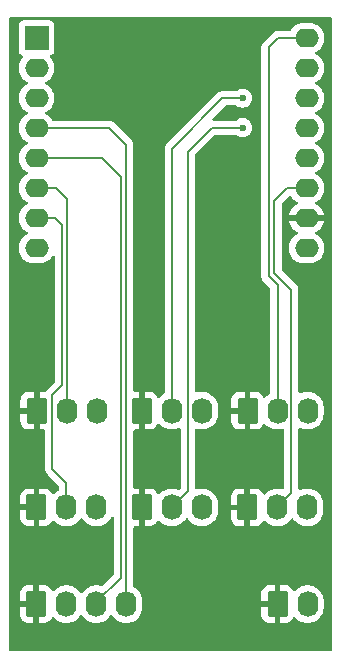
<source format=gtl>
G04 #@! TF.GenerationSoftware,KiCad,Pcbnew,8.0.4*
G04 #@! TF.CreationDate,2024-07-25T20:49:12+02:00*
G04 #@! TF.ProjectId,hmmctrl,686d6d63-7472-46c2-9e6b-696361645f70,rev?*
G04 #@! TF.SameCoordinates,Original*
G04 #@! TF.FileFunction,Copper,L1,Top*
G04 #@! TF.FilePolarity,Positive*
%FSLAX46Y46*%
G04 Gerber Fmt 4.6, Leading zero omitted, Abs format (unit mm)*
G04 Created by KiCad (PCBNEW 8.0.4) date 2024-07-25 20:49:12*
%MOMM*%
%LPD*%
G01*
G04 APERTURE LIST*
G04 Aperture macros list*
%AMRoundRect*
0 Rectangle with rounded corners*
0 $1 Rounding radius*
0 $2 $3 $4 $5 $6 $7 $8 $9 X,Y pos of 4 corners*
0 Add a 4 corners polygon primitive as box body*
4,1,4,$2,$3,$4,$5,$6,$7,$8,$9,$2,$3,0*
0 Add four circle primitives for the rounded corners*
1,1,$1+$1,$2,$3*
1,1,$1+$1,$4,$5*
1,1,$1+$1,$6,$7*
1,1,$1+$1,$8,$9*
0 Add four rect primitives between the rounded corners*
20,1,$1+$1,$2,$3,$4,$5,0*
20,1,$1+$1,$4,$5,$6,$7,0*
20,1,$1+$1,$6,$7,$8,$9,0*
20,1,$1+$1,$8,$9,$2,$3,0*%
G04 Aperture macros list end*
G04 #@! TA.AperFunction,ComponentPad*
%ADD10RoundRect,0.250000X-0.620000X-0.845000X0.620000X-0.845000X0.620000X0.845000X-0.620000X0.845000X0*%
G04 #@! TD*
G04 #@! TA.AperFunction,ComponentPad*
%ADD11O,1.740000X2.190000*%
G04 #@! TD*
G04 #@! TA.AperFunction,ComponentPad*
%ADD12R,2.000000X2.000000*%
G04 #@! TD*
G04 #@! TA.AperFunction,ComponentPad*
%ADD13O,2.000000X1.600000*%
G04 #@! TD*
G04 #@! TA.AperFunction,ViaPad*
%ADD14C,0.600000*%
G04 #@! TD*
G04 #@! TA.AperFunction,Conductor*
%ADD15C,0.200000*%
G04 #@! TD*
G04 APERTURE END LIST*
D10*
X90760000Y-69850000D03*
D11*
X93300000Y-69850000D03*
X95840000Y-69850000D03*
D10*
X99675000Y-78050000D03*
D11*
X102215000Y-78050000D03*
X104755000Y-78050000D03*
D10*
X90750000Y-78050000D03*
D11*
X93290000Y-78050000D03*
X95830000Y-78050000D03*
D10*
X90730000Y-86230000D03*
D11*
X93270000Y-86230000D03*
X95810000Y-86230000D03*
X98350000Y-86230000D03*
D10*
X108620000Y-69850000D03*
D11*
X111160000Y-69850000D03*
X113700000Y-69850000D03*
D10*
X99670000Y-69850000D03*
D11*
X102210000Y-69850000D03*
X104750000Y-69850000D03*
D10*
X111160000Y-86230000D03*
D11*
X113700000Y-86230000D03*
D10*
X108600000Y-78055000D03*
D11*
X111140000Y-78055000D03*
X113680000Y-78055000D03*
D12*
X90755000Y-38310000D03*
D13*
X90755000Y-40850000D03*
X90755000Y-43390000D03*
X90755000Y-45930000D03*
X90755000Y-48470000D03*
X90755000Y-51010000D03*
X90755000Y-53550000D03*
X90755000Y-56090000D03*
X113615000Y-56090000D03*
X113615000Y-53550000D03*
X113615000Y-51010000D03*
X113615000Y-48470000D03*
X113615000Y-45930000D03*
X113615000Y-43390000D03*
X113615000Y-40850000D03*
X113615000Y-38310000D03*
D14*
X108200000Y-43400000D03*
X108200000Y-45900000D03*
D15*
X92400000Y-51000000D02*
X92390000Y-51010000D01*
X92390000Y-51010000D02*
X90755000Y-51010000D01*
X93300000Y-51900000D02*
X92400000Y-51000000D01*
X93300000Y-69850000D02*
X93300000Y-51900000D01*
X102210000Y-69850000D02*
X102210000Y-47690000D01*
X106500000Y-43400000D02*
X108200000Y-43400000D01*
X102210000Y-47690000D02*
X106500000Y-43400000D01*
X93290000Y-75990000D02*
X93290000Y-78050000D01*
X92900000Y-67700000D02*
X92100000Y-68500000D01*
X92900000Y-54100000D02*
X92900000Y-67700000D01*
X90755000Y-53550000D02*
X92350000Y-53550000D01*
X92350000Y-53550000D02*
X92900000Y-54100000D01*
X92100000Y-74800000D02*
X93290000Y-75990000D01*
X92100000Y-68500000D02*
X92100000Y-74800000D01*
X103580000Y-47920000D02*
X105600000Y-45900000D01*
X105600000Y-45900000D02*
X108200000Y-45900000D01*
X102215000Y-78050000D02*
X103580000Y-76685000D01*
X103580000Y-76685000D02*
X103580000Y-47920000D01*
X97900000Y-50100000D02*
X96270000Y-48470000D01*
X96270000Y-48470000D02*
X90755000Y-48470000D01*
X97900000Y-84000000D02*
X97900000Y-50100000D01*
X95810000Y-86090000D02*
X97900000Y-84000000D01*
X95810000Y-86230000D02*
X95810000Y-86090000D01*
X98350000Y-47350000D02*
X98350000Y-86230000D01*
X96930000Y-45930000D02*
X98350000Y-47350000D01*
X90755000Y-45930000D02*
X96930000Y-45930000D01*
X111190000Y-38310000D02*
X113615000Y-38310000D01*
X110400000Y-58500000D02*
X110400000Y-39100000D01*
X111160000Y-69850000D02*
X111160000Y-59260000D01*
X111160000Y-59260000D02*
X110400000Y-58500000D01*
X110400000Y-39100000D02*
X111190000Y-38310000D01*
X112330000Y-76865000D02*
X112330000Y-59630000D01*
X111990000Y-51010000D02*
X113615000Y-51010000D01*
X112330000Y-59630000D02*
X110900000Y-58200000D01*
X111140000Y-78055000D02*
X112330000Y-76865000D01*
X110900000Y-58200000D02*
X110900000Y-52100000D01*
X110900000Y-52100000D02*
X111990000Y-51010000D01*
G04 #@! TA.AperFunction,Conductor*
G36*
X99920000Y-71444999D02*
G01*
X100339972Y-71444999D01*
X100339986Y-71444998D01*
X100442697Y-71434505D01*
X100609119Y-71379358D01*
X100609124Y-71379356D01*
X100758345Y-71287315D01*
X100882315Y-71163345D01*
X100974354Y-71014127D01*
X100974745Y-71013289D01*
X100975167Y-71012809D01*
X100978149Y-71007975D01*
X100978974Y-71008484D01*
X101020910Y-70960843D01*
X101088100Y-70941681D01*
X101154984Y-70961887D01*
X101174816Y-70977996D01*
X101317179Y-71120359D01*
X101491701Y-71247157D01*
X101683911Y-71345092D01*
X101889074Y-71411754D01*
X101962718Y-71423418D01*
X102102134Y-71445500D01*
X102102139Y-71445500D01*
X102317866Y-71445500D01*
X102448108Y-71424871D01*
X102530926Y-71411754D01*
X102736089Y-71345092D01*
X102799205Y-71312932D01*
X102867874Y-71300037D01*
X102932615Y-71326313D01*
X102972872Y-71383420D01*
X102979500Y-71423418D01*
X102979500Y-76384902D01*
X102959815Y-76451941D01*
X102943180Y-76472584D01*
X102884133Y-76531630D01*
X102822810Y-76565114D01*
X102753118Y-76560129D01*
X102743662Y-76555973D01*
X102741096Y-76554910D01*
X102635627Y-76520641D01*
X102535926Y-76488246D01*
X102535924Y-76488245D01*
X102535922Y-76488245D01*
X102322866Y-76454500D01*
X102322861Y-76454500D01*
X102107139Y-76454500D01*
X102107134Y-76454500D01*
X101894077Y-76488245D01*
X101688908Y-76554909D01*
X101496700Y-76652843D01*
X101322180Y-76779640D01*
X101179816Y-76922004D01*
X101118493Y-76955488D01*
X101048801Y-76950504D01*
X100992868Y-76908632D01*
X100979748Y-76886716D01*
X100979356Y-76885876D01*
X100887315Y-76736654D01*
X100763345Y-76612684D01*
X100614124Y-76520643D01*
X100614119Y-76520641D01*
X100447697Y-76465494D01*
X100447690Y-76465493D01*
X100344986Y-76455000D01*
X99925000Y-76455000D01*
X99925000Y-77507290D01*
X99904661Y-77495548D01*
X99753333Y-77455000D01*
X99596667Y-77455000D01*
X99445339Y-77495548D01*
X99425000Y-77507290D01*
X99425000Y-76455000D01*
X99074500Y-76455000D01*
X99007461Y-76435315D01*
X98961706Y-76382511D01*
X98950500Y-76331000D01*
X98950500Y-71568999D01*
X98970185Y-71501960D01*
X99022989Y-71456205D01*
X99074500Y-71444999D01*
X99419999Y-71444999D01*
X99420000Y-71444998D01*
X99420000Y-70392709D01*
X99440339Y-70404452D01*
X99591667Y-70445000D01*
X99748333Y-70445000D01*
X99899661Y-70404452D01*
X99920000Y-70392709D01*
X99920000Y-71444999D01*
G37*
G04 #@! TD.AperFunction*
G04 #@! TA.AperFunction,Conductor*
G36*
X115692539Y-36519685D02*
G01*
X115738294Y-36572489D01*
X115749500Y-36624000D01*
X115749500Y-90075500D01*
X115729815Y-90142539D01*
X115677011Y-90188294D01*
X115625500Y-90199500D01*
X88574500Y-90199500D01*
X88507461Y-90179815D01*
X88461706Y-90127011D01*
X88450500Y-90075500D01*
X88450500Y-37262135D01*
X89254500Y-37262135D01*
X89254500Y-39357870D01*
X89254501Y-39357876D01*
X89260908Y-39417483D01*
X89311202Y-39552328D01*
X89311206Y-39552335D01*
X89397452Y-39667544D01*
X89397455Y-39667547D01*
X89512664Y-39753793D01*
X89512673Y-39753798D01*
X89549914Y-39767688D01*
X89605848Y-39809559D01*
X89630266Y-39875023D01*
X89615415Y-39943296D01*
X89594265Y-39971550D01*
X89563027Y-40002787D01*
X89442715Y-40168386D01*
X89349781Y-40350776D01*
X89286522Y-40545465D01*
X89254500Y-40747648D01*
X89254500Y-40952351D01*
X89286522Y-41154534D01*
X89349781Y-41349223D01*
X89442715Y-41531613D01*
X89563028Y-41697213D01*
X89707786Y-41841971D01*
X89862749Y-41954556D01*
X89873390Y-41962287D01*
X89964840Y-42008883D01*
X89966080Y-42009515D01*
X90016876Y-42057490D01*
X90033671Y-42125311D01*
X90011134Y-42191446D01*
X89966080Y-42230485D01*
X89873386Y-42277715D01*
X89707786Y-42398028D01*
X89563028Y-42542786D01*
X89442715Y-42708386D01*
X89349781Y-42890776D01*
X89286522Y-43085465D01*
X89254500Y-43287648D01*
X89254500Y-43492351D01*
X89286522Y-43694534D01*
X89349781Y-43889223D01*
X89442715Y-44071613D01*
X89563028Y-44237213D01*
X89707786Y-44381971D01*
X89862749Y-44494556D01*
X89873390Y-44502287D01*
X89964840Y-44548883D01*
X89966080Y-44549515D01*
X90016876Y-44597490D01*
X90033671Y-44665311D01*
X90011134Y-44731446D01*
X89966080Y-44770485D01*
X89873386Y-44817715D01*
X89707786Y-44938028D01*
X89563028Y-45082786D01*
X89442715Y-45248386D01*
X89349781Y-45430776D01*
X89286522Y-45625465D01*
X89254500Y-45827648D01*
X89254500Y-46032351D01*
X89286522Y-46234534D01*
X89349781Y-46429223D01*
X89442715Y-46611613D01*
X89563028Y-46777213D01*
X89707786Y-46921971D01*
X89862749Y-47034556D01*
X89873390Y-47042287D01*
X89964840Y-47088883D01*
X89966080Y-47089515D01*
X90016876Y-47137490D01*
X90033671Y-47205311D01*
X90011134Y-47271446D01*
X89966080Y-47310485D01*
X89873386Y-47357715D01*
X89707786Y-47478028D01*
X89563028Y-47622786D01*
X89442715Y-47788386D01*
X89349781Y-47970776D01*
X89286522Y-48165465D01*
X89254500Y-48367648D01*
X89254500Y-48572351D01*
X89286522Y-48774534D01*
X89349781Y-48969223D01*
X89442715Y-49151613D01*
X89563028Y-49317213D01*
X89707786Y-49461971D01*
X89862749Y-49574556D01*
X89873390Y-49582287D01*
X89964840Y-49628883D01*
X89966080Y-49629515D01*
X90016876Y-49677490D01*
X90033671Y-49745311D01*
X90011134Y-49811446D01*
X89966080Y-49850485D01*
X89873386Y-49897715D01*
X89707786Y-50018028D01*
X89563028Y-50162786D01*
X89442715Y-50328386D01*
X89349781Y-50510776D01*
X89286522Y-50705465D01*
X89254500Y-50907648D01*
X89254500Y-51112351D01*
X89286522Y-51314534D01*
X89349781Y-51509223D01*
X89401385Y-51610500D01*
X89437682Y-51681737D01*
X89442715Y-51691613D01*
X89563028Y-51857213D01*
X89707786Y-52001971D01*
X89859804Y-52112416D01*
X89873390Y-52122287D01*
X89964840Y-52168883D01*
X89966080Y-52169515D01*
X90016876Y-52217490D01*
X90033671Y-52285311D01*
X90011134Y-52351446D01*
X89966080Y-52390485D01*
X89873386Y-52437715D01*
X89707786Y-52558028D01*
X89563028Y-52702786D01*
X89442715Y-52868386D01*
X89349781Y-53050776D01*
X89286522Y-53245465D01*
X89254500Y-53447648D01*
X89254500Y-53652351D01*
X89286522Y-53854534D01*
X89349781Y-54049223D01*
X89442715Y-54231613D01*
X89563028Y-54397213D01*
X89707786Y-54541971D01*
X89862749Y-54654556D01*
X89873390Y-54662287D01*
X89964840Y-54708883D01*
X89966080Y-54709515D01*
X90016876Y-54757490D01*
X90033671Y-54825311D01*
X90011134Y-54891446D01*
X89966080Y-54930485D01*
X89873386Y-54977715D01*
X89707786Y-55098028D01*
X89563028Y-55242786D01*
X89442715Y-55408386D01*
X89349781Y-55590776D01*
X89286522Y-55785465D01*
X89254500Y-55987648D01*
X89254500Y-56192351D01*
X89286522Y-56394534D01*
X89349781Y-56589223D01*
X89410941Y-56709254D01*
X89440649Y-56767560D01*
X89442715Y-56771613D01*
X89563028Y-56937213D01*
X89707786Y-57081971D01*
X89862749Y-57194556D01*
X89873390Y-57202287D01*
X89989607Y-57261503D01*
X90055776Y-57295218D01*
X90055778Y-57295218D01*
X90055781Y-57295220D01*
X90160137Y-57329127D01*
X90250465Y-57358477D01*
X90351557Y-57374488D01*
X90452648Y-57390500D01*
X90452649Y-57390500D01*
X91057351Y-57390500D01*
X91057352Y-57390500D01*
X91259534Y-57358477D01*
X91454219Y-57295220D01*
X91636610Y-57202287D01*
X91729590Y-57134732D01*
X91802213Y-57081971D01*
X91802215Y-57081968D01*
X91802219Y-57081966D01*
X91946966Y-56937219D01*
X91946968Y-56937215D01*
X91946971Y-56937213D01*
X92067286Y-56771611D01*
X92069769Y-56767560D01*
X92121577Y-56720681D01*
X92190506Y-56709254D01*
X92254671Y-56736907D01*
X92293699Y-56794860D01*
X92299500Y-56832343D01*
X92299500Y-67399902D01*
X92279815Y-67466941D01*
X92263181Y-67487583D01*
X91619481Y-68131282D01*
X91619477Y-68131287D01*
X91591054Y-68180519D01*
X91591050Y-68180526D01*
X91581606Y-68196881D01*
X91531036Y-68245093D01*
X91462428Y-68258312D01*
X91461622Y-68258232D01*
X91429991Y-68255000D01*
X91010000Y-68255000D01*
X91010000Y-69307290D01*
X90989661Y-69295548D01*
X90838333Y-69255000D01*
X90681667Y-69255000D01*
X90530339Y-69295548D01*
X90510000Y-69307290D01*
X90510000Y-68255000D01*
X90090028Y-68255000D01*
X90090012Y-68255001D01*
X89987302Y-68265494D01*
X89820880Y-68320641D01*
X89820875Y-68320643D01*
X89671654Y-68412684D01*
X89547684Y-68536654D01*
X89455643Y-68685875D01*
X89455641Y-68685880D01*
X89400494Y-68852302D01*
X89400493Y-68852309D01*
X89390000Y-68955013D01*
X89390000Y-69600000D01*
X90217291Y-69600000D01*
X90205548Y-69620339D01*
X90165000Y-69771667D01*
X90165000Y-69928333D01*
X90205548Y-70079661D01*
X90217291Y-70100000D01*
X89390001Y-70100000D01*
X89390001Y-70744986D01*
X89400494Y-70847697D01*
X89455641Y-71014119D01*
X89455643Y-71014124D01*
X89547684Y-71163345D01*
X89671654Y-71287315D01*
X89820875Y-71379356D01*
X89820880Y-71379358D01*
X89987302Y-71434505D01*
X89987309Y-71434506D01*
X90090019Y-71444999D01*
X90509999Y-71444999D01*
X90510000Y-71444998D01*
X90510000Y-70392709D01*
X90530339Y-70404452D01*
X90681667Y-70445000D01*
X90838333Y-70445000D01*
X90989661Y-70404452D01*
X91010000Y-70392709D01*
X91010000Y-71444999D01*
X91375500Y-71444999D01*
X91442539Y-71464684D01*
X91488294Y-71517488D01*
X91499500Y-71568999D01*
X91499500Y-74713330D01*
X91499499Y-74713348D01*
X91499499Y-74879054D01*
X91499498Y-74879054D01*
X91540423Y-75031785D01*
X91569358Y-75081900D01*
X91569359Y-75081904D01*
X91569360Y-75081904D01*
X91619479Y-75168714D01*
X91619481Y-75168717D01*
X91738349Y-75287585D01*
X91738355Y-75287590D01*
X92653181Y-76202416D01*
X92686666Y-76263739D01*
X92689500Y-76290097D01*
X92689500Y-76516833D01*
X92669815Y-76583872D01*
X92621796Y-76627317D01*
X92571703Y-76652841D01*
X92397180Y-76779640D01*
X92254816Y-76922004D01*
X92193493Y-76955488D01*
X92123801Y-76950504D01*
X92067868Y-76908632D01*
X92054748Y-76886716D01*
X92054356Y-76885876D01*
X91962315Y-76736654D01*
X91838345Y-76612684D01*
X91689124Y-76520643D01*
X91689119Y-76520641D01*
X91522697Y-76465494D01*
X91522690Y-76465493D01*
X91419986Y-76455000D01*
X91000000Y-76455000D01*
X91000000Y-77507290D01*
X90979661Y-77495548D01*
X90828333Y-77455000D01*
X90671667Y-77455000D01*
X90520339Y-77495548D01*
X90500000Y-77507290D01*
X90500000Y-76455000D01*
X90080028Y-76455000D01*
X90080012Y-76455001D01*
X89977302Y-76465494D01*
X89810880Y-76520641D01*
X89810875Y-76520643D01*
X89661654Y-76612684D01*
X89537684Y-76736654D01*
X89445643Y-76885875D01*
X89445641Y-76885880D01*
X89390494Y-77052302D01*
X89390493Y-77052309D01*
X89380000Y-77155013D01*
X89380000Y-77800000D01*
X90207291Y-77800000D01*
X90195548Y-77820339D01*
X90155000Y-77971667D01*
X90155000Y-78128333D01*
X90195548Y-78279661D01*
X90207291Y-78300000D01*
X89380001Y-78300000D01*
X89380001Y-78944986D01*
X89390494Y-79047697D01*
X89445641Y-79214119D01*
X89445643Y-79214124D01*
X89537684Y-79363345D01*
X89661654Y-79487315D01*
X89810875Y-79579356D01*
X89810880Y-79579358D01*
X89977302Y-79634505D01*
X89977309Y-79634506D01*
X90080019Y-79644999D01*
X90499999Y-79644999D01*
X90500000Y-79644998D01*
X90500000Y-78592709D01*
X90520339Y-78604452D01*
X90671667Y-78645000D01*
X90828333Y-78645000D01*
X90979661Y-78604452D01*
X91000000Y-78592709D01*
X91000000Y-79644999D01*
X91419972Y-79644999D01*
X91419986Y-79644998D01*
X91522697Y-79634505D01*
X91689119Y-79579358D01*
X91689124Y-79579356D01*
X91838345Y-79487315D01*
X91962315Y-79363345D01*
X92054354Y-79214127D01*
X92054745Y-79213289D01*
X92055167Y-79212809D01*
X92058149Y-79207975D01*
X92058974Y-79208484D01*
X92100910Y-79160843D01*
X92168100Y-79141681D01*
X92234984Y-79161887D01*
X92254816Y-79177996D01*
X92397179Y-79320359D01*
X92571701Y-79447157D01*
X92763911Y-79545092D01*
X92969074Y-79611754D01*
X93048973Y-79624408D01*
X93182134Y-79645500D01*
X93182139Y-79645500D01*
X93397866Y-79645500D01*
X93516230Y-79626752D01*
X93610926Y-79611754D01*
X93816089Y-79545092D01*
X94008299Y-79447157D01*
X94182821Y-79320359D01*
X94335359Y-79167821D01*
X94459682Y-78996704D01*
X94515012Y-78954040D01*
X94584626Y-78948061D01*
X94646420Y-78980667D01*
X94660315Y-78996702D01*
X94784641Y-79167821D01*
X94937179Y-79320359D01*
X95111701Y-79447157D01*
X95303911Y-79545092D01*
X95509074Y-79611754D01*
X95588973Y-79624408D01*
X95722134Y-79645500D01*
X95722139Y-79645500D01*
X95937866Y-79645500D01*
X96056230Y-79626752D01*
X96150926Y-79611754D01*
X96356089Y-79545092D01*
X96548299Y-79447157D01*
X96722821Y-79320359D01*
X96875359Y-79167821D01*
X97002157Y-78993299D01*
X97025207Y-78948061D01*
X97065015Y-78869933D01*
X97112989Y-78819136D01*
X97180810Y-78802341D01*
X97246945Y-78824878D01*
X97290397Y-78879593D01*
X97299500Y-78926227D01*
X97299500Y-83699902D01*
X97279815Y-83766941D01*
X97263181Y-83787583D01*
X96374549Y-84676214D01*
X96313226Y-84709699D01*
X96248551Y-84706464D01*
X96130927Y-84668246D01*
X96130922Y-84668245D01*
X95917866Y-84634500D01*
X95917861Y-84634500D01*
X95702139Y-84634500D01*
X95702134Y-84634500D01*
X95489077Y-84668245D01*
X95283908Y-84734909D01*
X95091700Y-84832843D01*
X94992129Y-84905186D01*
X94917179Y-84959641D01*
X94917177Y-84959643D01*
X94917176Y-84959643D01*
X94764643Y-85112176D01*
X94764643Y-85112177D01*
X94764641Y-85112179D01*
X94747706Y-85135488D01*
X94640318Y-85283294D01*
X94584988Y-85325959D01*
X94515374Y-85331938D01*
X94453579Y-85299332D01*
X94439682Y-85283294D01*
X94402639Y-85232309D01*
X94315359Y-85112179D01*
X94162821Y-84959641D01*
X93988299Y-84832843D01*
X93796089Y-84734908D01*
X93590926Y-84668246D01*
X93590924Y-84668245D01*
X93590922Y-84668245D01*
X93377866Y-84634500D01*
X93377861Y-84634500D01*
X93162139Y-84634500D01*
X93162134Y-84634500D01*
X92949077Y-84668245D01*
X92743908Y-84734909D01*
X92551700Y-84832843D01*
X92377180Y-84959640D01*
X92234816Y-85102004D01*
X92173493Y-85135488D01*
X92103801Y-85130504D01*
X92047868Y-85088632D01*
X92034748Y-85066716D01*
X92034356Y-85065876D01*
X91942315Y-84916654D01*
X91818345Y-84792684D01*
X91669124Y-84700643D01*
X91669119Y-84700641D01*
X91502697Y-84645494D01*
X91502690Y-84645493D01*
X91399986Y-84635000D01*
X90980000Y-84635000D01*
X90980000Y-85687290D01*
X90959661Y-85675548D01*
X90808333Y-85635000D01*
X90651667Y-85635000D01*
X90500339Y-85675548D01*
X90480000Y-85687290D01*
X90480000Y-84635000D01*
X90060028Y-84635000D01*
X90060012Y-84635001D01*
X89957302Y-84645494D01*
X89790880Y-84700641D01*
X89790875Y-84700643D01*
X89641654Y-84792684D01*
X89517684Y-84916654D01*
X89425643Y-85065875D01*
X89425641Y-85065880D01*
X89370494Y-85232302D01*
X89370493Y-85232309D01*
X89360000Y-85335013D01*
X89360000Y-85980000D01*
X90187291Y-85980000D01*
X90175548Y-86000339D01*
X90135000Y-86151667D01*
X90135000Y-86308333D01*
X90175548Y-86459661D01*
X90187291Y-86480000D01*
X89360001Y-86480000D01*
X89360001Y-87124986D01*
X89370494Y-87227697D01*
X89425641Y-87394119D01*
X89425643Y-87394124D01*
X89517684Y-87543345D01*
X89641654Y-87667315D01*
X89790875Y-87759356D01*
X89790880Y-87759358D01*
X89957302Y-87814505D01*
X89957309Y-87814506D01*
X90060019Y-87824999D01*
X90479999Y-87824999D01*
X90480000Y-87824998D01*
X90480000Y-86772709D01*
X90500339Y-86784452D01*
X90651667Y-86825000D01*
X90808333Y-86825000D01*
X90959661Y-86784452D01*
X90980000Y-86772709D01*
X90980000Y-87824999D01*
X91399972Y-87824999D01*
X91399986Y-87824998D01*
X91502697Y-87814505D01*
X91669119Y-87759358D01*
X91669124Y-87759356D01*
X91818345Y-87667315D01*
X91942315Y-87543345D01*
X92034354Y-87394127D01*
X92034745Y-87393289D01*
X92035167Y-87392809D01*
X92038149Y-87387975D01*
X92038974Y-87388484D01*
X92080910Y-87340843D01*
X92148100Y-87321681D01*
X92214984Y-87341887D01*
X92234816Y-87357996D01*
X92377179Y-87500359D01*
X92551701Y-87627157D01*
X92743911Y-87725092D01*
X92949074Y-87791754D01*
X93028973Y-87804408D01*
X93162134Y-87825500D01*
X93162139Y-87825500D01*
X93377866Y-87825500D01*
X93496230Y-87806752D01*
X93590926Y-87791754D01*
X93796089Y-87725092D01*
X93988299Y-87627157D01*
X94162821Y-87500359D01*
X94315359Y-87347821D01*
X94439682Y-87176704D01*
X94495012Y-87134040D01*
X94564626Y-87128061D01*
X94626420Y-87160667D01*
X94640315Y-87176702D01*
X94764641Y-87347821D01*
X94917179Y-87500359D01*
X95091701Y-87627157D01*
X95283911Y-87725092D01*
X95489074Y-87791754D01*
X95568973Y-87804408D01*
X95702134Y-87825500D01*
X95702139Y-87825500D01*
X95917866Y-87825500D01*
X96036230Y-87806752D01*
X96130926Y-87791754D01*
X96336089Y-87725092D01*
X96528299Y-87627157D01*
X96702821Y-87500359D01*
X96855359Y-87347821D01*
X96979682Y-87176704D01*
X97035012Y-87134040D01*
X97104626Y-87128061D01*
X97166420Y-87160667D01*
X97180315Y-87176702D01*
X97304641Y-87347821D01*
X97457179Y-87500359D01*
X97631701Y-87627157D01*
X97823911Y-87725092D01*
X98029074Y-87791754D01*
X98108973Y-87804408D01*
X98242134Y-87825500D01*
X98242139Y-87825500D01*
X98457866Y-87825500D01*
X98576230Y-87806752D01*
X98670926Y-87791754D01*
X98876089Y-87725092D01*
X99068299Y-87627157D01*
X99242821Y-87500359D01*
X99395359Y-87347821D01*
X99522157Y-87173299D01*
X99620092Y-86981089D01*
X99686754Y-86775926D01*
X99701752Y-86681230D01*
X99720500Y-86562866D01*
X99720500Y-85897133D01*
X99686754Y-85684077D01*
X99686754Y-85684074D01*
X99620092Y-85478911D01*
X99546773Y-85335013D01*
X109790000Y-85335013D01*
X109790000Y-85980000D01*
X110617291Y-85980000D01*
X110605548Y-86000339D01*
X110565000Y-86151667D01*
X110565000Y-86308333D01*
X110605548Y-86459661D01*
X110617291Y-86480000D01*
X109790001Y-86480000D01*
X109790001Y-87124986D01*
X109800494Y-87227697D01*
X109855641Y-87394119D01*
X109855643Y-87394124D01*
X109947684Y-87543345D01*
X110071654Y-87667315D01*
X110220875Y-87759356D01*
X110220880Y-87759358D01*
X110387302Y-87814505D01*
X110387309Y-87814506D01*
X110490019Y-87824999D01*
X110909999Y-87824999D01*
X110910000Y-87824998D01*
X110910000Y-86772709D01*
X110930339Y-86784452D01*
X111081667Y-86825000D01*
X111238333Y-86825000D01*
X111389661Y-86784452D01*
X111410000Y-86772709D01*
X111410000Y-87824999D01*
X111829972Y-87824999D01*
X111829986Y-87824998D01*
X111932697Y-87814505D01*
X112099119Y-87759358D01*
X112099124Y-87759356D01*
X112248345Y-87667315D01*
X112372315Y-87543345D01*
X112464354Y-87394127D01*
X112464745Y-87393289D01*
X112465167Y-87392809D01*
X112468149Y-87387975D01*
X112468974Y-87388484D01*
X112510910Y-87340843D01*
X112578100Y-87321681D01*
X112644984Y-87341887D01*
X112664816Y-87357996D01*
X112807179Y-87500359D01*
X112981701Y-87627157D01*
X113173911Y-87725092D01*
X113379074Y-87791754D01*
X113458973Y-87804408D01*
X113592134Y-87825500D01*
X113592139Y-87825500D01*
X113807866Y-87825500D01*
X113926230Y-87806752D01*
X114020926Y-87791754D01*
X114226089Y-87725092D01*
X114418299Y-87627157D01*
X114592821Y-87500359D01*
X114745359Y-87347821D01*
X114872157Y-87173299D01*
X114970092Y-86981089D01*
X115036754Y-86775926D01*
X115051752Y-86681230D01*
X115070500Y-86562866D01*
X115070500Y-85897133D01*
X115036754Y-85684077D01*
X115036754Y-85684074D01*
X114970092Y-85478911D01*
X114872157Y-85286701D01*
X114745359Y-85112179D01*
X114592821Y-84959641D01*
X114418299Y-84832843D01*
X114226089Y-84734908D01*
X114020926Y-84668246D01*
X114020924Y-84668245D01*
X114020922Y-84668245D01*
X113807866Y-84634500D01*
X113807861Y-84634500D01*
X113592139Y-84634500D01*
X113592134Y-84634500D01*
X113379077Y-84668245D01*
X113173908Y-84734909D01*
X112981700Y-84832843D01*
X112807180Y-84959640D01*
X112664816Y-85102004D01*
X112603493Y-85135488D01*
X112533801Y-85130504D01*
X112477868Y-85088632D01*
X112464748Y-85066716D01*
X112464356Y-85065876D01*
X112372315Y-84916654D01*
X112248345Y-84792684D01*
X112099124Y-84700643D01*
X112099119Y-84700641D01*
X111932697Y-84645494D01*
X111932690Y-84645493D01*
X111829986Y-84635000D01*
X111410000Y-84635000D01*
X111410000Y-85687290D01*
X111389661Y-85675548D01*
X111238333Y-85635000D01*
X111081667Y-85635000D01*
X110930339Y-85675548D01*
X110910000Y-85687290D01*
X110910000Y-84635000D01*
X110490028Y-84635000D01*
X110490012Y-84635001D01*
X110387302Y-84645494D01*
X110220880Y-84700641D01*
X110220875Y-84700643D01*
X110071654Y-84792684D01*
X109947684Y-84916654D01*
X109855643Y-85065875D01*
X109855641Y-85065880D01*
X109800494Y-85232302D01*
X109800493Y-85232309D01*
X109790000Y-85335013D01*
X99546773Y-85335013D01*
X99522157Y-85286701D01*
X99395359Y-85112179D01*
X99242821Y-84959641D01*
X99068299Y-84832843D01*
X99068298Y-84832842D01*
X99068296Y-84832841D01*
X99018204Y-84807317D01*
X98967408Y-84759342D01*
X98950500Y-84696833D01*
X98950500Y-79768999D01*
X98970185Y-79701960D01*
X99022989Y-79656205D01*
X99074500Y-79644999D01*
X99424999Y-79644999D01*
X99425000Y-79644998D01*
X99425000Y-78592709D01*
X99445339Y-78604452D01*
X99596667Y-78645000D01*
X99753333Y-78645000D01*
X99904661Y-78604452D01*
X99925000Y-78592709D01*
X99925000Y-79644999D01*
X100344972Y-79644999D01*
X100344986Y-79644998D01*
X100447697Y-79634505D01*
X100614119Y-79579358D01*
X100614124Y-79579356D01*
X100763345Y-79487315D01*
X100887315Y-79363345D01*
X100979354Y-79214127D01*
X100979745Y-79213289D01*
X100980167Y-79212809D01*
X100983149Y-79207975D01*
X100983974Y-79208484D01*
X101025910Y-79160843D01*
X101093100Y-79141681D01*
X101159984Y-79161887D01*
X101179816Y-79177996D01*
X101322179Y-79320359D01*
X101496701Y-79447157D01*
X101688911Y-79545092D01*
X101894074Y-79611754D01*
X101973973Y-79624408D01*
X102107134Y-79645500D01*
X102107139Y-79645500D01*
X102322866Y-79645500D01*
X102441230Y-79626752D01*
X102535926Y-79611754D01*
X102741089Y-79545092D01*
X102933299Y-79447157D01*
X103107821Y-79320359D01*
X103260359Y-79167821D01*
X103384682Y-78996704D01*
X103440012Y-78954040D01*
X103509626Y-78948061D01*
X103571420Y-78980667D01*
X103585315Y-78996702D01*
X103709641Y-79167821D01*
X103862179Y-79320359D01*
X104036701Y-79447157D01*
X104228911Y-79545092D01*
X104434074Y-79611754D01*
X104513973Y-79624408D01*
X104647134Y-79645500D01*
X104647139Y-79645500D01*
X104862866Y-79645500D01*
X104981230Y-79626752D01*
X105075926Y-79611754D01*
X105281089Y-79545092D01*
X105473299Y-79447157D01*
X105647821Y-79320359D01*
X105800359Y-79167821D01*
X105927157Y-78993299D01*
X106025092Y-78801089D01*
X106091754Y-78595926D01*
X106106752Y-78501230D01*
X106125500Y-78382866D01*
X106125500Y-77717133D01*
X106092546Y-77509077D01*
X106091754Y-77504074D01*
X106025092Y-77298911D01*
X105954321Y-77160013D01*
X107230000Y-77160013D01*
X107230000Y-77805000D01*
X108057291Y-77805000D01*
X108045548Y-77825339D01*
X108005000Y-77976667D01*
X108005000Y-78133333D01*
X108045548Y-78284661D01*
X108057291Y-78305000D01*
X107230001Y-78305000D01*
X107230001Y-78949986D01*
X107240494Y-79052697D01*
X107295641Y-79219119D01*
X107295643Y-79219124D01*
X107387684Y-79368345D01*
X107511654Y-79492315D01*
X107660875Y-79584356D01*
X107660880Y-79584358D01*
X107827302Y-79639505D01*
X107827309Y-79639506D01*
X107930019Y-79649999D01*
X108349999Y-79649999D01*
X108350000Y-79649998D01*
X108350000Y-78597709D01*
X108370339Y-78609452D01*
X108521667Y-78650000D01*
X108678333Y-78650000D01*
X108829661Y-78609452D01*
X108850000Y-78597709D01*
X108850000Y-79649999D01*
X109269972Y-79649999D01*
X109269986Y-79649998D01*
X109372697Y-79639505D01*
X109539119Y-79584358D01*
X109539124Y-79584356D01*
X109688345Y-79492315D01*
X109812315Y-79368345D01*
X109904354Y-79219127D01*
X109904745Y-79218289D01*
X109905167Y-79217809D01*
X109908149Y-79212975D01*
X109908974Y-79213484D01*
X109950910Y-79165843D01*
X110018100Y-79146681D01*
X110084984Y-79166887D01*
X110104816Y-79182996D01*
X110247179Y-79325359D01*
X110421701Y-79452157D01*
X110613911Y-79550092D01*
X110819074Y-79616754D01*
X110898973Y-79629408D01*
X111032134Y-79650500D01*
X111032139Y-79650500D01*
X111247866Y-79650500D01*
X111366230Y-79631752D01*
X111460926Y-79616754D01*
X111666089Y-79550092D01*
X111858299Y-79452157D01*
X112032821Y-79325359D01*
X112185359Y-79172821D01*
X112309682Y-79001704D01*
X112365012Y-78959040D01*
X112434626Y-78953061D01*
X112496420Y-78985667D01*
X112510315Y-79001702D01*
X112634641Y-79172821D01*
X112787179Y-79325359D01*
X112961701Y-79452157D01*
X113153911Y-79550092D01*
X113359074Y-79616754D01*
X113438973Y-79629408D01*
X113572134Y-79650500D01*
X113572139Y-79650500D01*
X113787866Y-79650500D01*
X113906230Y-79631752D01*
X114000926Y-79616754D01*
X114206089Y-79550092D01*
X114398299Y-79452157D01*
X114572821Y-79325359D01*
X114725359Y-79172821D01*
X114852157Y-78998299D01*
X114950092Y-78806089D01*
X115016754Y-78600926D01*
X115031752Y-78506230D01*
X115050500Y-78387866D01*
X115050500Y-77722133D01*
X115027810Y-77578882D01*
X115016754Y-77509074D01*
X114950092Y-77303911D01*
X114852157Y-77111701D01*
X114725359Y-76937179D01*
X114572821Y-76784641D01*
X114398299Y-76657843D01*
X114206089Y-76559908D01*
X114000926Y-76493246D01*
X114000924Y-76493245D01*
X114000922Y-76493245D01*
X113787866Y-76459500D01*
X113787861Y-76459500D01*
X113572139Y-76459500D01*
X113572134Y-76459500D01*
X113359077Y-76493245D01*
X113359074Y-76493246D01*
X113238024Y-76532578D01*
X113153905Y-76559910D01*
X113110794Y-76581876D01*
X113042124Y-76594772D01*
X112977384Y-76568495D01*
X112937128Y-76511388D01*
X112930500Y-76471391D01*
X112930500Y-71423418D01*
X112950185Y-71356379D01*
X113002989Y-71310624D01*
X113072147Y-71300680D01*
X113110794Y-71312932D01*
X113173911Y-71345092D01*
X113379074Y-71411754D01*
X113452718Y-71423418D01*
X113592134Y-71445500D01*
X113592139Y-71445500D01*
X113807866Y-71445500D01*
X113938108Y-71424871D01*
X114020926Y-71411754D01*
X114226089Y-71345092D01*
X114418299Y-71247157D01*
X114592821Y-71120359D01*
X114745359Y-70967821D01*
X114872157Y-70793299D01*
X114970092Y-70601089D01*
X115036754Y-70395926D01*
X115051752Y-70301230D01*
X115070500Y-70182866D01*
X115070500Y-69517133D01*
X115036754Y-69304077D01*
X115036754Y-69304074D01*
X114970092Y-69098911D01*
X114872157Y-68906701D01*
X114745359Y-68732179D01*
X114592821Y-68579641D01*
X114418299Y-68452843D01*
X114226089Y-68354908D01*
X114020926Y-68288246D01*
X114020924Y-68288245D01*
X114020922Y-68288245D01*
X113807866Y-68254500D01*
X113807861Y-68254500D01*
X113592139Y-68254500D01*
X113592134Y-68254500D01*
X113379077Y-68288245D01*
X113173908Y-68354909D01*
X113110795Y-68387067D01*
X113042126Y-68399963D01*
X112977385Y-68373687D01*
X112937128Y-68316580D01*
X112930500Y-68276582D01*
X112930500Y-59550945D01*
X112930500Y-59550943D01*
X112889577Y-59398216D01*
X112889573Y-59398209D01*
X112810524Y-59261290D01*
X112810521Y-59261286D01*
X112810520Y-59261284D01*
X112698716Y-59149480D01*
X112698715Y-59149479D01*
X112694385Y-59145149D01*
X112694374Y-59145139D01*
X111536819Y-57987584D01*
X111503334Y-57926261D01*
X111500500Y-57899903D01*
X111500500Y-52400097D01*
X111520185Y-52333058D01*
X111536819Y-52312416D01*
X111847269Y-52001966D01*
X112138998Y-51710236D01*
X112200320Y-51676753D01*
X112270012Y-51681737D01*
X112325945Y-51723609D01*
X112326996Y-51725034D01*
X112423028Y-51857213D01*
X112567786Y-52001971D01*
X112719804Y-52112416D01*
X112733390Y-52122287D01*
X112805424Y-52158990D01*
X112826629Y-52169795D01*
X112877425Y-52217770D01*
X112894220Y-52285591D01*
X112871682Y-52351726D01*
X112826629Y-52390765D01*
X112733650Y-52438140D01*
X112568105Y-52558417D01*
X112568104Y-52558417D01*
X112423417Y-52703104D01*
X112423417Y-52703105D01*
X112303140Y-52868650D01*
X112210244Y-53050970D01*
X112147009Y-53245586D01*
X112138391Y-53300000D01*
X113181988Y-53300000D01*
X113149075Y-53357007D01*
X113115000Y-53484174D01*
X113115000Y-53615826D01*
X113149075Y-53742993D01*
X113181988Y-53800000D01*
X112138391Y-53800000D01*
X112147009Y-53854413D01*
X112210244Y-54049029D01*
X112303140Y-54231349D01*
X112423417Y-54396894D01*
X112423417Y-54396895D01*
X112568104Y-54541582D01*
X112733652Y-54661861D01*
X112826628Y-54709234D01*
X112877425Y-54757208D01*
X112894220Y-54825029D01*
X112871683Y-54891164D01*
X112826630Y-54930203D01*
X112733388Y-54977713D01*
X112567786Y-55098028D01*
X112423028Y-55242786D01*
X112302715Y-55408386D01*
X112209781Y-55590776D01*
X112146522Y-55785465D01*
X112114500Y-55987648D01*
X112114500Y-56192351D01*
X112146522Y-56394534D01*
X112209781Y-56589223D01*
X112270941Y-56709254D01*
X112300649Y-56767560D01*
X112302715Y-56771613D01*
X112423028Y-56937213D01*
X112567786Y-57081971D01*
X112722749Y-57194556D01*
X112733390Y-57202287D01*
X112849607Y-57261503D01*
X112915776Y-57295218D01*
X112915778Y-57295218D01*
X112915781Y-57295220D01*
X113020137Y-57329127D01*
X113110465Y-57358477D01*
X113211557Y-57374488D01*
X113312648Y-57390500D01*
X113312649Y-57390500D01*
X113917351Y-57390500D01*
X113917352Y-57390500D01*
X114119534Y-57358477D01*
X114314219Y-57295220D01*
X114496610Y-57202287D01*
X114589590Y-57134732D01*
X114662213Y-57081971D01*
X114662215Y-57081968D01*
X114662219Y-57081966D01*
X114806966Y-56937219D01*
X114806968Y-56937215D01*
X114806971Y-56937213D01*
X114883162Y-56832343D01*
X114927287Y-56771610D01*
X115020220Y-56589219D01*
X115083477Y-56394534D01*
X115115500Y-56192352D01*
X115115500Y-55987648D01*
X115083477Y-55785466D01*
X115020220Y-55590781D01*
X115020218Y-55590778D01*
X115020218Y-55590776D01*
X114986503Y-55524607D01*
X114927287Y-55408390D01*
X114883162Y-55347656D01*
X114806971Y-55242786D01*
X114662213Y-55098028D01*
X114496611Y-54977713D01*
X114403369Y-54930203D01*
X114352574Y-54882229D01*
X114335779Y-54814407D01*
X114358317Y-54748273D01*
X114403371Y-54709234D01*
X114496347Y-54661861D01*
X114661894Y-54541582D01*
X114661895Y-54541582D01*
X114806582Y-54396895D01*
X114806582Y-54396894D01*
X114926859Y-54231349D01*
X115019755Y-54049029D01*
X115082990Y-53854413D01*
X115091609Y-53800000D01*
X114048012Y-53800000D01*
X114080925Y-53742993D01*
X114115000Y-53615826D01*
X114115000Y-53484174D01*
X114080925Y-53357007D01*
X114048012Y-53300000D01*
X115091609Y-53300000D01*
X115082990Y-53245586D01*
X115019755Y-53050970D01*
X114926859Y-52868650D01*
X114806582Y-52703105D01*
X114806582Y-52703104D01*
X114661895Y-52558417D01*
X114496349Y-52438140D01*
X114403370Y-52390765D01*
X114352574Y-52342790D01*
X114335779Y-52274969D01*
X114358316Y-52208835D01*
X114403370Y-52169795D01*
X114403920Y-52169515D01*
X114496610Y-52122287D01*
X114517770Y-52106913D01*
X114662213Y-52001971D01*
X114662215Y-52001968D01*
X114662219Y-52001966D01*
X114806966Y-51857219D01*
X114806968Y-51857215D01*
X114806971Y-51857213D01*
X114903003Y-51725034D01*
X114927287Y-51691610D01*
X115020220Y-51509219D01*
X115083477Y-51314534D01*
X115115500Y-51112352D01*
X115115500Y-50907648D01*
X115083477Y-50705466D01*
X115020220Y-50510781D01*
X115020218Y-50510778D01*
X115020218Y-50510776D01*
X114984371Y-50440423D01*
X114927287Y-50328390D01*
X114915681Y-50312416D01*
X114806971Y-50162786D01*
X114662213Y-50018028D01*
X114496614Y-49897715D01*
X114490006Y-49894348D01*
X114403917Y-49850483D01*
X114353123Y-49802511D01*
X114336328Y-49734690D01*
X114358865Y-49668555D01*
X114403917Y-49629516D01*
X114496610Y-49582287D01*
X114517770Y-49566913D01*
X114662213Y-49461971D01*
X114662215Y-49461968D01*
X114662219Y-49461966D01*
X114806966Y-49317219D01*
X114806968Y-49317215D01*
X114806971Y-49317213D01*
X114859732Y-49244590D01*
X114927287Y-49151610D01*
X115020220Y-48969219D01*
X115083477Y-48774534D01*
X115115500Y-48572352D01*
X115115500Y-48367648D01*
X115083477Y-48165466D01*
X115079445Y-48153058D01*
X115026296Y-47989481D01*
X115020220Y-47970781D01*
X115020218Y-47970778D01*
X115020218Y-47970776D01*
X114986503Y-47904607D01*
X114927287Y-47788390D01*
X114894797Y-47743671D01*
X114806971Y-47622786D01*
X114662213Y-47478028D01*
X114496614Y-47357715D01*
X114490006Y-47354348D01*
X114403917Y-47310483D01*
X114353123Y-47262511D01*
X114336328Y-47194690D01*
X114358865Y-47128555D01*
X114403917Y-47089516D01*
X114496610Y-47042287D01*
X114580574Y-46981284D01*
X114662213Y-46921971D01*
X114662215Y-46921968D01*
X114662219Y-46921966D01*
X114806966Y-46777219D01*
X114806968Y-46777215D01*
X114806971Y-46777213D01*
X114916985Y-46625789D01*
X114927287Y-46611610D01*
X115020220Y-46429219D01*
X115083477Y-46234534D01*
X115115500Y-46032352D01*
X115115500Y-45827648D01*
X115083477Y-45625466D01*
X115020220Y-45430781D01*
X115020218Y-45430778D01*
X115020218Y-45430776D01*
X114986503Y-45364607D01*
X114927287Y-45248390D01*
X114911754Y-45227011D01*
X114806971Y-45082786D01*
X114662213Y-44938028D01*
X114496614Y-44817715D01*
X114490006Y-44814348D01*
X114403917Y-44770483D01*
X114353123Y-44722511D01*
X114336328Y-44654690D01*
X114358865Y-44588555D01*
X114403917Y-44549516D01*
X114496610Y-44502287D01*
X114517770Y-44486913D01*
X114662213Y-44381971D01*
X114662215Y-44381968D01*
X114662219Y-44381966D01*
X114806966Y-44237219D01*
X114806968Y-44237215D01*
X114806971Y-44237213D01*
X114887924Y-44125789D01*
X114927287Y-44071610D01*
X115020220Y-43889219D01*
X115083477Y-43694534D01*
X115115500Y-43492352D01*
X115115500Y-43287648D01*
X115083477Y-43085466D01*
X115020220Y-42890781D01*
X115020218Y-42890778D01*
X115020218Y-42890776D01*
X114960581Y-42773734D01*
X114927287Y-42708390D01*
X114902455Y-42674211D01*
X114806971Y-42542786D01*
X114662213Y-42398028D01*
X114496614Y-42277715D01*
X114490006Y-42274348D01*
X114403917Y-42230483D01*
X114353123Y-42182511D01*
X114336328Y-42114690D01*
X114358865Y-42048555D01*
X114403917Y-42009516D01*
X114496610Y-41962287D01*
X114517770Y-41946913D01*
X114662213Y-41841971D01*
X114662215Y-41841968D01*
X114662219Y-41841966D01*
X114806966Y-41697219D01*
X114806968Y-41697215D01*
X114806971Y-41697213D01*
X114859732Y-41624590D01*
X114927287Y-41531610D01*
X115020220Y-41349219D01*
X115083477Y-41154534D01*
X115115500Y-40952352D01*
X115115500Y-40747648D01*
X115083477Y-40545466D01*
X115020220Y-40350781D01*
X115020218Y-40350778D01*
X115020218Y-40350776D01*
X114986503Y-40284607D01*
X114927287Y-40168390D01*
X114919556Y-40157749D01*
X114806971Y-40002786D01*
X114662213Y-39858028D01*
X114496614Y-39737715D01*
X114490006Y-39734348D01*
X114403917Y-39690483D01*
X114353123Y-39642511D01*
X114336328Y-39574690D01*
X114358865Y-39508555D01*
X114403917Y-39469516D01*
X114496610Y-39422287D01*
X114527152Y-39400097D01*
X114662213Y-39301971D01*
X114662215Y-39301968D01*
X114662219Y-39301966D01*
X114806966Y-39157219D01*
X114806968Y-39157215D01*
X114806971Y-39157213D01*
X114859732Y-39084590D01*
X114927287Y-38991610D01*
X115020220Y-38809219D01*
X115083477Y-38614534D01*
X115115500Y-38412352D01*
X115115500Y-38207648D01*
X115083477Y-38005466D01*
X115020220Y-37810781D01*
X115020218Y-37810778D01*
X115020218Y-37810776D01*
X114986503Y-37744607D01*
X114927287Y-37628390D01*
X114919556Y-37617749D01*
X114806971Y-37462786D01*
X114662213Y-37318028D01*
X114496613Y-37197715D01*
X114496612Y-37197714D01*
X114496610Y-37197713D01*
X114439653Y-37168691D01*
X114314223Y-37104781D01*
X114119534Y-37041522D01*
X113944995Y-37013878D01*
X113917352Y-37009500D01*
X113312648Y-37009500D01*
X113288329Y-37013351D01*
X113110465Y-37041522D01*
X112915776Y-37104781D01*
X112733386Y-37197715D01*
X112567786Y-37318028D01*
X112423028Y-37462786D01*
X112302715Y-37628385D01*
X112295883Y-37641795D01*
X112247909Y-37692591D01*
X112185398Y-37709500D01*
X111276670Y-37709500D01*
X111276654Y-37709499D01*
X111269058Y-37709499D01*
X111110943Y-37709499D01*
X111034579Y-37729961D01*
X110958214Y-37750423D01*
X110958209Y-37750426D01*
X110821290Y-37829475D01*
X110821282Y-37829481D01*
X109919481Y-38731282D01*
X109919475Y-38731290D01*
X109874485Y-38809217D01*
X109874485Y-38809218D01*
X109840423Y-38868214D01*
X109840423Y-38868215D01*
X109799499Y-39020943D01*
X109799499Y-39020945D01*
X109799499Y-39189046D01*
X109799500Y-39189059D01*
X109799500Y-58413330D01*
X109799499Y-58413348D01*
X109799499Y-58579054D01*
X109799498Y-58579054D01*
X109799499Y-58579057D01*
X109840423Y-58731785D01*
X109840424Y-58731786D01*
X109856468Y-58759577D01*
X109856469Y-58759578D01*
X109919475Y-58868709D01*
X109919481Y-58868717D01*
X110038349Y-58987585D01*
X110038355Y-58987590D01*
X110523181Y-59472416D01*
X110556666Y-59533739D01*
X110559500Y-59560097D01*
X110559500Y-68316833D01*
X110539815Y-68383872D01*
X110491796Y-68427317D01*
X110441703Y-68452841D01*
X110267180Y-68579640D01*
X110124816Y-68722004D01*
X110063493Y-68755488D01*
X109993801Y-68750504D01*
X109937868Y-68708632D01*
X109924748Y-68686716D01*
X109924356Y-68685876D01*
X109832315Y-68536654D01*
X109708345Y-68412684D01*
X109559124Y-68320643D01*
X109559119Y-68320641D01*
X109392697Y-68265494D01*
X109392690Y-68265493D01*
X109289986Y-68255000D01*
X108870000Y-68255000D01*
X108870000Y-69307290D01*
X108849661Y-69295548D01*
X108698333Y-69255000D01*
X108541667Y-69255000D01*
X108390339Y-69295548D01*
X108370000Y-69307290D01*
X108370000Y-68255000D01*
X107950028Y-68255000D01*
X107950012Y-68255001D01*
X107847302Y-68265494D01*
X107680880Y-68320641D01*
X107680875Y-68320643D01*
X107531654Y-68412684D01*
X107407684Y-68536654D01*
X107315643Y-68685875D01*
X107315641Y-68685880D01*
X107260494Y-68852302D01*
X107260493Y-68852309D01*
X107250000Y-68955013D01*
X107250000Y-69600000D01*
X108077291Y-69600000D01*
X108065548Y-69620339D01*
X108025000Y-69771667D01*
X108025000Y-69928333D01*
X108065548Y-70079661D01*
X108077291Y-70100000D01*
X107250001Y-70100000D01*
X107250001Y-70744986D01*
X107260494Y-70847697D01*
X107315641Y-71014119D01*
X107315643Y-71014124D01*
X107407684Y-71163345D01*
X107531654Y-71287315D01*
X107680875Y-71379356D01*
X107680880Y-71379358D01*
X107847302Y-71434505D01*
X107847309Y-71434506D01*
X107950019Y-71444999D01*
X108369999Y-71444999D01*
X108370000Y-71444998D01*
X108370000Y-70392709D01*
X108390339Y-70404452D01*
X108541667Y-70445000D01*
X108698333Y-70445000D01*
X108849661Y-70404452D01*
X108870000Y-70392709D01*
X108870000Y-71444999D01*
X109289972Y-71444999D01*
X109289986Y-71444998D01*
X109392697Y-71434505D01*
X109559119Y-71379358D01*
X109559124Y-71379356D01*
X109708345Y-71287315D01*
X109832315Y-71163345D01*
X109924354Y-71014127D01*
X109924745Y-71013289D01*
X109925167Y-71012809D01*
X109928149Y-71007975D01*
X109928974Y-71008484D01*
X109970910Y-70960843D01*
X110038100Y-70941681D01*
X110104984Y-70961887D01*
X110124816Y-70977996D01*
X110267179Y-71120359D01*
X110441701Y-71247157D01*
X110633911Y-71345092D01*
X110839074Y-71411754D01*
X110912718Y-71423418D01*
X111052134Y-71445500D01*
X111052139Y-71445500D01*
X111267866Y-71445500D01*
X111364708Y-71430160D01*
X111480926Y-71411754D01*
X111567183Y-71383726D01*
X111637023Y-71381732D01*
X111696856Y-71417812D01*
X111727684Y-71480513D01*
X111729500Y-71501658D01*
X111729500Y-76409840D01*
X111709815Y-76476879D01*
X111657011Y-76522634D01*
X111587853Y-76532578D01*
X111567182Y-76527771D01*
X111551372Y-76522634D01*
X111460926Y-76493246D01*
X111460924Y-76493245D01*
X111460922Y-76493245D01*
X111247866Y-76459500D01*
X111247861Y-76459500D01*
X111032139Y-76459500D01*
X111032134Y-76459500D01*
X110819077Y-76493245D01*
X110613908Y-76559909D01*
X110421700Y-76657843D01*
X110247180Y-76784640D01*
X110104816Y-76927004D01*
X110043493Y-76960488D01*
X109973801Y-76955504D01*
X109917868Y-76913632D01*
X109904748Y-76891716D01*
X109904356Y-76890876D01*
X109812315Y-76741654D01*
X109688345Y-76617684D01*
X109539124Y-76525643D01*
X109539119Y-76525641D01*
X109372697Y-76470494D01*
X109372690Y-76470493D01*
X109269986Y-76460000D01*
X108850000Y-76460000D01*
X108850000Y-77512290D01*
X108829661Y-77500548D01*
X108678333Y-77460000D01*
X108521667Y-77460000D01*
X108370339Y-77500548D01*
X108350000Y-77512290D01*
X108350000Y-76460000D01*
X107930028Y-76460000D01*
X107930012Y-76460001D01*
X107827302Y-76470494D01*
X107660880Y-76525641D01*
X107660875Y-76525643D01*
X107511654Y-76617684D01*
X107387684Y-76741654D01*
X107295643Y-76890875D01*
X107295641Y-76890880D01*
X107240494Y-77057302D01*
X107240493Y-77057309D01*
X107230000Y-77160013D01*
X105954321Y-77160013D01*
X105927157Y-77106701D01*
X105800359Y-76932179D01*
X105647821Y-76779641D01*
X105473299Y-76652843D01*
X105281089Y-76554908D01*
X105075926Y-76488246D01*
X105075924Y-76488245D01*
X105075922Y-76488245D01*
X104862866Y-76454500D01*
X104862861Y-76454500D01*
X104647139Y-76454500D01*
X104647134Y-76454500D01*
X104434077Y-76488245D01*
X104434072Y-76488246D01*
X104342817Y-76517896D01*
X104272976Y-76519891D01*
X104213143Y-76483810D01*
X104182316Y-76421108D01*
X104180500Y-76399965D01*
X104180500Y-71501658D01*
X104200185Y-71434619D01*
X104252989Y-71388864D01*
X104322147Y-71378920D01*
X104342809Y-71383724D01*
X104429074Y-71411754D01*
X104535606Y-71428627D01*
X104642134Y-71445500D01*
X104642139Y-71445500D01*
X104857866Y-71445500D01*
X104988108Y-71424871D01*
X105070926Y-71411754D01*
X105276089Y-71345092D01*
X105468299Y-71247157D01*
X105642821Y-71120359D01*
X105795359Y-70967821D01*
X105922157Y-70793299D01*
X106020092Y-70601089D01*
X106086754Y-70395926D01*
X106101752Y-70301230D01*
X106120500Y-70182866D01*
X106120500Y-69517133D01*
X106086754Y-69304077D01*
X106086754Y-69304074D01*
X106020092Y-69098911D01*
X105922157Y-68906701D01*
X105795359Y-68732179D01*
X105642821Y-68579641D01*
X105468299Y-68452843D01*
X105276089Y-68354908D01*
X105070926Y-68288246D01*
X105070924Y-68288245D01*
X105070922Y-68288245D01*
X104857866Y-68254500D01*
X104857861Y-68254500D01*
X104642139Y-68254500D01*
X104642134Y-68254500D01*
X104429077Y-68288245D01*
X104429072Y-68288246D01*
X104342817Y-68316272D01*
X104272976Y-68318267D01*
X104213144Y-68282186D01*
X104182316Y-68219485D01*
X104180500Y-68198341D01*
X104180500Y-48220097D01*
X104200185Y-48153058D01*
X104216819Y-48132416D01*
X105812416Y-46536819D01*
X105873739Y-46503334D01*
X105900097Y-46500500D01*
X107617588Y-46500500D01*
X107684627Y-46520185D01*
X107694903Y-46527555D01*
X107697736Y-46529814D01*
X107697738Y-46529816D01*
X107756628Y-46566819D01*
X107827918Y-46611614D01*
X107850478Y-46625789D01*
X108020745Y-46685368D01*
X108020750Y-46685369D01*
X108199996Y-46705565D01*
X108200000Y-46705565D01*
X108200004Y-46705565D01*
X108379249Y-46685369D01*
X108379252Y-46685368D01*
X108379255Y-46685368D01*
X108549522Y-46625789D01*
X108702262Y-46529816D01*
X108829816Y-46402262D01*
X108925789Y-46249522D01*
X108985368Y-46079255D01*
X109005565Y-45900000D01*
X108985368Y-45720745D01*
X108925789Y-45550478D01*
X108829816Y-45397738D01*
X108702262Y-45270184D01*
X108633553Y-45227011D01*
X108549523Y-45174211D01*
X108379254Y-45114631D01*
X108379249Y-45114630D01*
X108200004Y-45094435D01*
X108199996Y-45094435D01*
X108020750Y-45114630D01*
X108020745Y-45114631D01*
X107850476Y-45174211D01*
X107697736Y-45270185D01*
X107694903Y-45272445D01*
X107692724Y-45273334D01*
X107691842Y-45273889D01*
X107691744Y-45273734D01*
X107630217Y-45298855D01*
X107617588Y-45299500D01*
X105749096Y-45299500D01*
X105682057Y-45279815D01*
X105636302Y-45227011D01*
X105626358Y-45157853D01*
X105655383Y-45094297D01*
X105661415Y-45087819D01*
X106087712Y-44661523D01*
X106712416Y-44036819D01*
X106773739Y-44003334D01*
X106800097Y-44000500D01*
X107617588Y-44000500D01*
X107684627Y-44020185D01*
X107694903Y-44027555D01*
X107697736Y-44029814D01*
X107697738Y-44029816D01*
X107850478Y-44125789D01*
X108020745Y-44185368D01*
X108020750Y-44185369D01*
X108199996Y-44205565D01*
X108200000Y-44205565D01*
X108200004Y-44205565D01*
X108379249Y-44185369D01*
X108379252Y-44185368D01*
X108379255Y-44185368D01*
X108549522Y-44125789D01*
X108702262Y-44029816D01*
X108829816Y-43902262D01*
X108925789Y-43749522D01*
X108985368Y-43579255D01*
X109005565Y-43400000D01*
X108992906Y-43287648D01*
X108985369Y-43220750D01*
X108985368Y-43220745D01*
X108925788Y-43050476D01*
X108829815Y-42897737D01*
X108702262Y-42770184D01*
X108549523Y-42674211D01*
X108379254Y-42614631D01*
X108379249Y-42614630D01*
X108200004Y-42594435D01*
X108199996Y-42594435D01*
X108020750Y-42614630D01*
X108020745Y-42614631D01*
X107850476Y-42674211D01*
X107697736Y-42770185D01*
X107694903Y-42772445D01*
X107692724Y-42773334D01*
X107691842Y-42773889D01*
X107691744Y-42773734D01*
X107630217Y-42798855D01*
X107617588Y-42799500D01*
X106579057Y-42799500D01*
X106420943Y-42799500D01*
X106268215Y-42840423D01*
X106268214Y-42840423D01*
X106268212Y-42840424D01*
X106268209Y-42840425D01*
X106233066Y-42860716D01*
X106233064Y-42860717D01*
X106131290Y-42919475D01*
X106131282Y-42919481D01*
X101729481Y-47321282D01*
X101729479Y-47321285D01*
X101679361Y-47408094D01*
X101679359Y-47408096D01*
X101650425Y-47458209D01*
X101650424Y-47458210D01*
X101650423Y-47458215D01*
X101609499Y-47610943D01*
X101609499Y-47610945D01*
X101609499Y-47779046D01*
X101609500Y-47779059D01*
X101609500Y-68316833D01*
X101589815Y-68383872D01*
X101541796Y-68427317D01*
X101491703Y-68452841D01*
X101317180Y-68579640D01*
X101174816Y-68722004D01*
X101113493Y-68755488D01*
X101043801Y-68750504D01*
X100987868Y-68708632D01*
X100974748Y-68686716D01*
X100974356Y-68685876D01*
X100882315Y-68536654D01*
X100758345Y-68412684D01*
X100609124Y-68320643D01*
X100609119Y-68320641D01*
X100442697Y-68265494D01*
X100442690Y-68265493D01*
X100339986Y-68255000D01*
X99920000Y-68255000D01*
X99920000Y-69307290D01*
X99899661Y-69295548D01*
X99748333Y-69255000D01*
X99591667Y-69255000D01*
X99440339Y-69295548D01*
X99420000Y-69307290D01*
X99420000Y-68255000D01*
X99074500Y-68255000D01*
X99007461Y-68235315D01*
X98961706Y-68182511D01*
X98950500Y-68131000D01*
X98950500Y-47270943D01*
X98950499Y-47270939D01*
X98939664Y-47230501D01*
X98939664Y-47230500D01*
X98909577Y-47118215D01*
X98880639Y-47068095D01*
X98830520Y-46981284D01*
X98718716Y-46869480D01*
X98718715Y-46869479D01*
X98714385Y-46865149D01*
X98714374Y-46865139D01*
X97417590Y-45568355D01*
X97417588Y-45568352D01*
X97298717Y-45449481D01*
X97298709Y-45449475D01*
X97209095Y-45397737D01*
X97209094Y-45397737D01*
X97189099Y-45386193D01*
X97161785Y-45370423D01*
X97009057Y-45329499D01*
X96850943Y-45329499D01*
X96843347Y-45329499D01*
X96843331Y-45329500D01*
X92184602Y-45329500D01*
X92117563Y-45309815D01*
X92074117Y-45261795D01*
X92067284Y-45248385D01*
X91946971Y-45082786D01*
X91802213Y-44938028D01*
X91636614Y-44817715D01*
X91630006Y-44814348D01*
X91543917Y-44770483D01*
X91493123Y-44722511D01*
X91476328Y-44654690D01*
X91498865Y-44588555D01*
X91543917Y-44549516D01*
X91636610Y-44502287D01*
X91657770Y-44486913D01*
X91802213Y-44381971D01*
X91802215Y-44381968D01*
X91802219Y-44381966D01*
X91946966Y-44237219D01*
X91946968Y-44237215D01*
X91946971Y-44237213D01*
X92027924Y-44125789D01*
X92067287Y-44071610D01*
X92160220Y-43889219D01*
X92223477Y-43694534D01*
X92255500Y-43492352D01*
X92255500Y-43287648D01*
X92223477Y-43085466D01*
X92160220Y-42890781D01*
X92160218Y-42890778D01*
X92160218Y-42890776D01*
X92100581Y-42773734D01*
X92067287Y-42708390D01*
X92042455Y-42674211D01*
X91946971Y-42542786D01*
X91802213Y-42398028D01*
X91636614Y-42277715D01*
X91630006Y-42274348D01*
X91543917Y-42230483D01*
X91493123Y-42182511D01*
X91476328Y-42114690D01*
X91498865Y-42048555D01*
X91543917Y-42009516D01*
X91636610Y-41962287D01*
X91657770Y-41946913D01*
X91802213Y-41841971D01*
X91802215Y-41841968D01*
X91802219Y-41841966D01*
X91946966Y-41697219D01*
X91946968Y-41697215D01*
X91946971Y-41697213D01*
X91999732Y-41624590D01*
X92067287Y-41531610D01*
X92160220Y-41349219D01*
X92223477Y-41154534D01*
X92255500Y-40952352D01*
X92255500Y-40747648D01*
X92223477Y-40545466D01*
X92160220Y-40350781D01*
X92160218Y-40350778D01*
X92160218Y-40350776D01*
X92126503Y-40284607D01*
X92067287Y-40168390D01*
X92059556Y-40157749D01*
X91946971Y-40002786D01*
X91915736Y-39971551D01*
X91882251Y-39910228D01*
X91887235Y-39840536D01*
X91929107Y-39784603D01*
X91960080Y-39767689D01*
X91997331Y-39753796D01*
X92112546Y-39667546D01*
X92198796Y-39552331D01*
X92249091Y-39417483D01*
X92255500Y-39357873D01*
X92255499Y-37262128D01*
X92249091Y-37202517D01*
X92247299Y-37197713D01*
X92198797Y-37067671D01*
X92198793Y-37067664D01*
X92112547Y-36952455D01*
X92112544Y-36952452D01*
X91997335Y-36866206D01*
X91997328Y-36866202D01*
X91862482Y-36815908D01*
X91862483Y-36815908D01*
X91802883Y-36809501D01*
X91802881Y-36809500D01*
X91802873Y-36809500D01*
X91802864Y-36809500D01*
X89707129Y-36809500D01*
X89707123Y-36809501D01*
X89647516Y-36815908D01*
X89512671Y-36866202D01*
X89512664Y-36866206D01*
X89397455Y-36952452D01*
X89397452Y-36952455D01*
X89311206Y-37067664D01*
X89311202Y-37067671D01*
X89260908Y-37202517D01*
X89254501Y-37262116D01*
X89254501Y-37262123D01*
X89254500Y-37262135D01*
X88450500Y-37262135D01*
X88450500Y-36624000D01*
X88470185Y-36556961D01*
X88522989Y-36511206D01*
X88574500Y-36500000D01*
X115625500Y-36500000D01*
X115692539Y-36519685D01*
G37*
G04 #@! TD.AperFunction*
M02*

</source>
